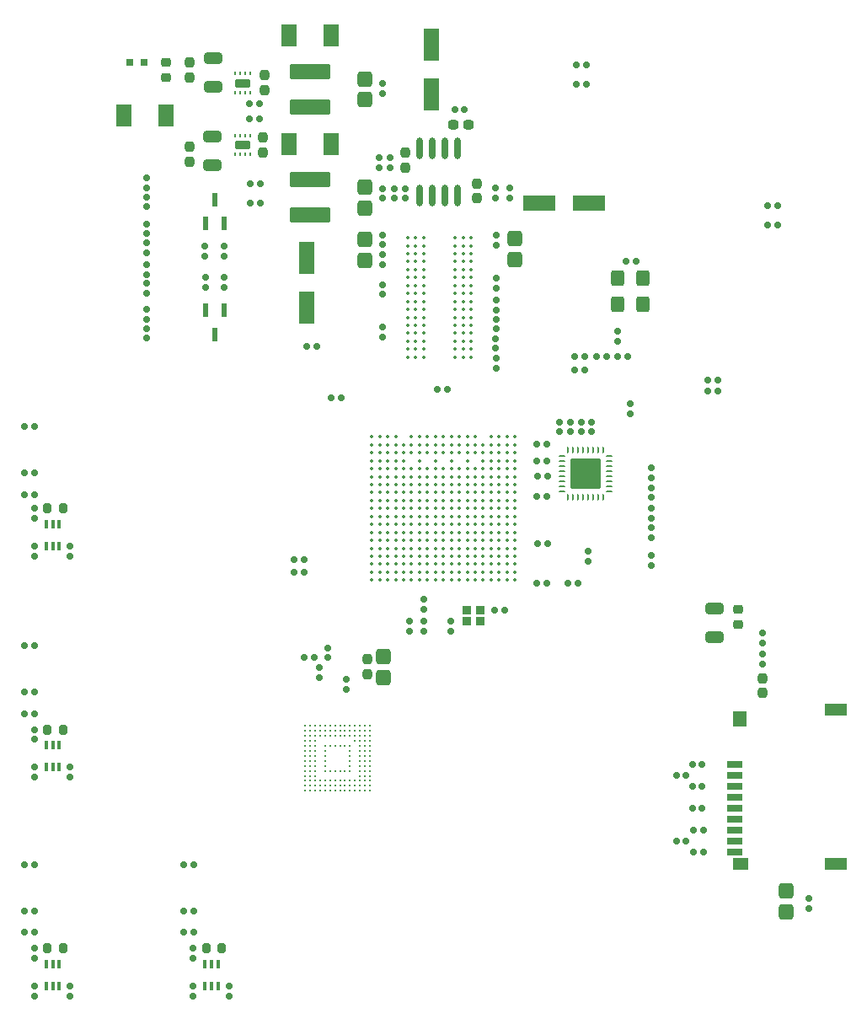
<source format=gbr>
G04*
G04 #@! TF.GenerationSoftware,Altium Limited,Altium Designer,24.2.2 (26)*
G04*
G04 Layer_Color=8421504*
%FSLAX44Y44*%
%MOMM*%
G71*
G04*
G04 #@! TF.SameCoordinates,D1F85D35-12B9-47B7-842E-F7ABDB1EEA32*
G04*
G04*
G04 #@! TF.FilePolarity,Positive*
G04*
G01*
G75*
%ADD20R,1.6000X3.2000*%
%ADD21R,3.2000X1.6000*%
G04:AMPARAMS|DCode=22|XSize=0.7mm|YSize=0.6mm|CornerRadius=0.15mm|HoleSize=0mm|Usage=FLASHONLY|Rotation=90.000|XOffset=0mm|YOffset=0mm|HoleType=Round|Shape=RoundedRectangle|*
%AMROUNDEDRECTD22*
21,1,0.7000,0.3000,0,0,90.0*
21,1,0.4000,0.6000,0,0,90.0*
1,1,0.3000,0.1500,0.2000*
1,1,0.3000,0.1500,-0.2000*
1,1,0.3000,-0.1500,-0.2000*
1,1,0.3000,-0.1500,0.2000*
%
%ADD22ROUNDEDRECTD22*%
%ADD23C,0.3556*%
G04:AMPARAMS|DCode=24|XSize=0.7mm|YSize=0.6mm|CornerRadius=0.15mm|HoleSize=0mm|Usage=FLASHONLY|Rotation=0.000|XOffset=0mm|YOffset=0mm|HoleType=Round|Shape=RoundedRectangle|*
%AMROUNDEDRECTD24*
21,1,0.7000,0.3000,0,0,0.0*
21,1,0.4000,0.6000,0,0,0.0*
1,1,0.3000,0.2000,-0.1500*
1,1,0.3000,-0.2000,-0.1500*
1,1,0.3000,-0.2000,0.1500*
1,1,0.3000,0.2000,0.1500*
%
%ADD24ROUNDEDRECTD24*%
G04:AMPARAMS|DCode=25|XSize=0.4mm|YSize=0.9mm|CornerRadius=0.1mm|HoleSize=0mm|Usage=FLASHONLY|Rotation=0.000|XOffset=0mm|YOffset=0mm|HoleType=Round|Shape=RoundedRectangle|*
%AMROUNDEDRECTD25*
21,1,0.4000,0.7000,0,0,0.0*
21,1,0.2000,0.9000,0,0,0.0*
1,1,0.2000,0.1000,-0.3500*
1,1,0.2000,-0.1000,-0.3500*
1,1,0.2000,-0.1000,0.3500*
1,1,0.2000,0.1000,0.3500*
%
%ADD25ROUNDEDRECTD25*%
%ADD26C,0.3500*%
G04:AMPARAMS|DCode=27|XSize=0.95mm|YSize=0.85mm|CornerRadius=0.2125mm|HoleSize=0mm|Usage=FLASHONLY|Rotation=90.000|XOffset=0mm|YOffset=0mm|HoleType=Round|Shape=RoundedRectangle|*
%AMROUNDEDRECTD27*
21,1,0.9500,0.4250,0,0,90.0*
21,1,0.5250,0.8500,0,0,90.0*
1,1,0.4250,0.2125,0.2625*
1,1,0.4250,0.2125,-0.2625*
1,1,0.4250,-0.2125,-0.2625*
1,1,0.4250,-0.2125,0.2625*
%
%ADD27ROUNDEDRECTD27*%
G04:AMPARAMS|DCode=28|XSize=0.95mm|YSize=1mm|CornerRadius=0.2375mm|HoleSize=0mm|Usage=FLASHONLY|Rotation=90.000|XOffset=0mm|YOffset=0mm|HoleType=Round|Shape=RoundedRectangle|*
%AMROUNDEDRECTD28*
21,1,0.9500,0.5250,0,0,90.0*
21,1,0.4750,1.0000,0,0,90.0*
1,1,0.4750,0.2625,0.2375*
1,1,0.4750,0.2625,-0.2375*
1,1,0.4750,-0.2625,-0.2375*
1,1,0.4750,-0.2625,0.2375*
%
%ADD28ROUNDEDRECTD28*%
%ADD29O,0.6000X2.2000*%
G04:AMPARAMS|DCode=30|XSize=0.95mm|YSize=1mm|CornerRadius=0.2375mm|HoleSize=0mm|Usage=FLASHONLY|Rotation=180.000|XOffset=0mm|YOffset=0mm|HoleType=Round|Shape=RoundedRectangle|*
%AMROUNDEDRECTD30*
21,1,0.9500,0.5250,0,0,180.0*
21,1,0.4750,1.0000,0,0,180.0*
1,1,0.4750,-0.2375,0.2625*
1,1,0.4750,0.2375,0.2625*
1,1,0.4750,0.2375,-0.2625*
1,1,0.4750,-0.2375,-0.2625*
%
%ADD30ROUNDEDRECTD30*%
G04:AMPARAMS|DCode=31|XSize=1.5mm|YSize=1.6mm|CornerRadius=0.375mm|HoleSize=0mm|Usage=FLASHONLY|Rotation=180.000|XOffset=0mm|YOffset=0mm|HoleType=Round|Shape=RoundedRectangle|*
%AMROUNDEDRECTD31*
21,1,1.5000,0.8500,0,0,180.0*
21,1,0.7500,1.6000,0,0,180.0*
1,1,0.7500,-0.3750,0.4250*
1,1,0.7500,0.3750,0.4250*
1,1,0.7500,0.3750,-0.4250*
1,1,0.7500,-0.3750,-0.4250*
%
%ADD31ROUNDEDRECTD31*%
G04:AMPARAMS|DCode=32|XSize=1.5mm|YSize=0.9mm|CornerRadius=0.1125mm|HoleSize=0mm|Usage=FLASHONLY|Rotation=180.000|XOffset=0mm|YOffset=0mm|HoleType=Round|Shape=RoundedRectangle|*
%AMROUNDEDRECTD32*
21,1,1.5000,0.6750,0,0,180.0*
21,1,1.2750,0.9000,0,0,180.0*
1,1,0.2250,-0.6375,0.3375*
1,1,0.2250,0.6375,0.3375*
1,1,0.2250,0.6375,-0.3375*
1,1,0.2250,-0.6375,-0.3375*
%
%ADD32ROUNDEDRECTD32*%
G04:AMPARAMS|DCode=33|XSize=0.25mm|YSize=0.4mm|CornerRadius=0.0625mm|HoleSize=0mm|Usage=FLASHONLY|Rotation=180.000|XOffset=0mm|YOffset=0mm|HoleType=Round|Shape=RoundedRectangle|*
%AMROUNDEDRECTD33*
21,1,0.2500,0.2750,0,0,180.0*
21,1,0.1250,0.4000,0,0,180.0*
1,1,0.1250,-0.0625,0.1375*
1,1,0.1250,0.0625,0.1375*
1,1,0.1250,0.0625,-0.1375*
1,1,0.1250,-0.0625,-0.1375*
%
%ADD33ROUNDEDRECTD33*%
G04:AMPARAMS|DCode=34|XSize=1.15mm|YSize=1.8mm|CornerRadius=0.2875mm|HoleSize=0mm|Usage=FLASHONLY|Rotation=90.000|XOffset=0mm|YOffset=0mm|HoleType=Round|Shape=RoundedRectangle|*
%AMROUNDEDRECTD34*
21,1,1.1500,1.2250,0,0,90.0*
21,1,0.5750,1.8000,0,0,90.0*
1,1,0.5750,0.6125,0.2875*
1,1,0.5750,0.6125,-0.2875*
1,1,0.5750,-0.6125,-0.2875*
1,1,0.5750,-0.6125,0.2875*
%
%ADD34ROUNDEDRECTD34*%
G04:AMPARAMS|DCode=35|XSize=0.95mm|YSize=0.85mm|CornerRadius=0.2125mm|HoleSize=0mm|Usage=FLASHONLY|Rotation=180.000|XOffset=0mm|YOffset=0mm|HoleType=Round|Shape=RoundedRectangle|*
%AMROUNDEDRECTD35*
21,1,0.9500,0.4250,0,0,180.0*
21,1,0.5250,0.8500,0,0,180.0*
1,1,0.4250,-0.2625,0.2125*
1,1,0.4250,0.2625,0.2125*
1,1,0.4250,0.2625,-0.2125*
1,1,0.4250,-0.2625,-0.2125*
%
%ADD35ROUNDEDRECTD35*%
G04:AMPARAMS|DCode=36|XSize=1.5mm|YSize=4mm|CornerRadius=0.075mm|HoleSize=0mm|Usage=FLASHONLY|Rotation=270.000|XOffset=0mm|YOffset=0mm|HoleType=Round|Shape=RoundedRectangle|*
%AMROUNDEDRECTD36*
21,1,1.5000,3.8500,0,0,270.0*
21,1,1.3500,4.0000,0,0,270.0*
1,1,0.1500,-1.9250,-0.6750*
1,1,0.1500,-1.9250,0.6750*
1,1,0.1500,1.9250,0.6750*
1,1,0.1500,1.9250,-0.6750*
%
%ADD36ROUNDEDRECTD36*%
%ADD37R,0.6000X1.3500*%
%ADD38R,1.6200X2.1800*%
%ADD39R,0.8000X0.8000*%
G04:AMPARAMS|DCode=40|XSize=1.4mm|YSize=1.6mm|CornerRadius=0.35mm|HoleSize=0mm|Usage=FLASHONLY|Rotation=180.000|XOffset=0mm|YOffset=0mm|HoleType=Round|Shape=RoundedRectangle|*
%AMROUNDEDRECTD40*
21,1,1.4000,0.9000,0,0,180.0*
21,1,0.7000,1.6000,0,0,180.0*
1,1,0.7000,-0.3500,0.4500*
1,1,0.7000,0.3500,0.4500*
1,1,0.7000,0.3500,-0.4500*
1,1,0.7000,-0.3500,-0.4500*
%
%ADD40ROUNDEDRECTD40*%
G04:AMPARAMS|DCode=41|XSize=0.24mm|YSize=0.7mm|CornerRadius=0.06mm|HoleSize=0mm|Usage=FLASHONLY|Rotation=0.000|XOffset=0mm|YOffset=0mm|HoleType=Round|Shape=RoundedRectangle|*
%AMROUNDEDRECTD41*
21,1,0.2400,0.5800,0,0,0.0*
21,1,0.1200,0.7000,0,0,0.0*
1,1,0.1200,0.0600,-0.2900*
1,1,0.1200,-0.0600,-0.2900*
1,1,0.1200,-0.0600,0.2900*
1,1,0.1200,0.0600,0.2900*
%
%ADD41ROUNDEDRECTD41*%
G04:AMPARAMS|DCode=42|XSize=0.24mm|YSize=0.7mm|CornerRadius=0.06mm|HoleSize=0mm|Usage=FLASHONLY|Rotation=90.000|XOffset=0mm|YOffset=0mm|HoleType=Round|Shape=RoundedRectangle|*
%AMROUNDEDRECTD42*
21,1,0.2400,0.5800,0,0,90.0*
21,1,0.1200,0.7000,0,0,90.0*
1,1,0.1200,0.2900,0.0600*
1,1,0.1200,0.2900,-0.0600*
1,1,0.1200,-0.2900,-0.0600*
1,1,0.1200,-0.2900,0.0600*
%
%ADD42ROUNDEDRECTD42*%
G04:AMPARAMS|DCode=43|XSize=3.1mm|YSize=3.1mm|CornerRadius=0.155mm|HoleSize=0mm|Usage=FLASHONLY|Rotation=270.000|XOffset=0mm|YOffset=0mm|HoleType=Round|Shape=RoundedRectangle|*
%AMROUNDEDRECTD43*
21,1,3.1000,2.7900,0,0,270.0*
21,1,2.7900,3.1000,0,0,270.0*
1,1,0.3100,-1.3950,-1.3950*
1,1,0.3100,-1.3950,1.3950*
1,1,0.3100,1.3950,1.3950*
1,1,0.3100,1.3950,-1.3950*
%
%ADD43ROUNDEDRECTD43*%
%ADD44R,1.4000X1.6000*%
%ADD45R,2.2000X1.2000*%
%ADD46R,1.6000X1.2000*%
%ADD47R,1.6000X0.7000*%
G04:AMPARAMS|DCode=48|XSize=0.9mm|YSize=0.8mm|CornerRadius=0.04mm|HoleSize=0mm|Usage=FLASHONLY|Rotation=0.000|XOffset=0mm|YOffset=0mm|HoleType=Round|Shape=RoundedRectangle|*
%AMROUNDEDRECTD48*
21,1,0.9000,0.7200,0,0,0.0*
21,1,0.8200,0.8000,0,0,0.0*
1,1,0.0800,0.4100,-0.3600*
1,1,0.0800,-0.4100,-0.3600*
1,1,0.0800,-0.4100,0.3600*
1,1,0.0800,0.4100,0.3600*
%
%ADD48ROUNDEDRECTD48*%
%ADD49C,0.2900*%
D20*
X548000Y1020000D02*
D03*
Y970000D02*
D03*
X423000Y756000D02*
D03*
Y806000D02*
D03*
D21*
X706000Y861000D02*
D03*
X656000D02*
D03*
D22*
X811000Y209000D02*
D03*
X821000D02*
D03*
X457000Y665000D02*
D03*
X581270Y954730D02*
D03*
X571270D02*
D03*
X375000Y961000D02*
D03*
X365000D02*
D03*
X375126Y945297D02*
D03*
X365126D02*
D03*
X366000Y880000D02*
D03*
X376000D02*
D03*
X886000Y838760D02*
D03*
X896000D02*
D03*
X886000Y858184D02*
D03*
X896000D02*
D03*
X734920Y707000D02*
D03*
X744920D02*
D03*
X714000Y707000D02*
D03*
X724000D02*
D03*
X702000D02*
D03*
X692000D02*
D03*
X702000Y693409D02*
D03*
X692000D02*
D03*
X654000Y619000D02*
D03*
X664000D02*
D03*
X654183Y601518D02*
D03*
X664183D02*
D03*
X664466Y586459D02*
D03*
X654466D02*
D03*
X654183Y566002D02*
D03*
X664183D02*
D03*
X695500Y479000D02*
D03*
X685500D02*
D03*
X826000Y672000D02*
D03*
X836000D02*
D03*
X826000Y683000D02*
D03*
X836000D02*
D03*
X621359Y451928D02*
D03*
X611359D02*
D03*
X423000Y717100D02*
D03*
X433000D02*
D03*
X420146Y404461D02*
D03*
X430146D02*
D03*
X554000Y674000D02*
D03*
X564000D02*
D03*
X447000Y665000D02*
D03*
X654000Y479000D02*
D03*
X664000D02*
D03*
X654466Y519000D02*
D03*
X664466D02*
D03*
X410000Y503000D02*
D03*
X420000D02*
D03*
X410000Y490000D02*
D03*
X420000D02*
D03*
X693908Y980037D02*
D03*
X703908D02*
D03*
X693908Y999882D02*
D03*
X703908D02*
D03*
X810000Y297000D02*
D03*
X820000D02*
D03*
X794000Y286000D02*
D03*
X804000D02*
D03*
X810000Y275000D02*
D03*
X820000D02*
D03*
X810000Y253000D02*
D03*
X820000D02*
D03*
X811000Y231000D02*
D03*
X821000D02*
D03*
X794000Y220000D02*
D03*
X804000D02*
D03*
X743700Y802000D02*
D03*
X753700D02*
D03*
X376000Y861000D02*
D03*
X366000D02*
D03*
X139000Y590000D02*
D03*
X149000D02*
D03*
X299000Y149993D02*
D03*
X309000D02*
D03*
X299000Y127993D02*
D03*
X309000D02*
D03*
Y195993D02*
D03*
X299000D02*
D03*
X139000Y568000D02*
D03*
X149000D02*
D03*
Y636000D02*
D03*
X139000D02*
D03*
Y149993D02*
D03*
X149000D02*
D03*
X139000Y127993D02*
D03*
X149000D02*
D03*
Y195993D02*
D03*
X139000D02*
D03*
Y370000D02*
D03*
X149000D02*
D03*
Y416000D02*
D03*
X139000D02*
D03*
Y348000D02*
D03*
X149000D02*
D03*
D23*
X616000Y482000D02*
D03*
X520000D02*
D03*
X528000D02*
D03*
X536000D02*
D03*
X552000Y610000D02*
D03*
X536000Y602000D02*
D03*
X568000Y618000D02*
D03*
X544000Y626000D02*
D03*
X616000Y618000D02*
D03*
X504000D02*
D03*
X632000Y610000D02*
D03*
X624000Y618000D02*
D03*
X608000D02*
D03*
X632000D02*
D03*
X624000Y626000D02*
D03*
X600000Y618000D02*
D03*
X608000Y610000D02*
D03*
X592000Y618000D02*
D03*
X496000D02*
D03*
X512000Y626000D02*
D03*
Y610000D02*
D03*
X520000Y618000D02*
D03*
X496000Y610000D02*
D03*
X512000Y618000D02*
D03*
X488000D02*
D03*
Y610000D02*
D03*
X552000Y618000D02*
D03*
X592000Y626000D02*
D03*
X560000Y610000D02*
D03*
X552000Y602000D02*
D03*
X584000Y610000D02*
D03*
X536000Y626000D02*
D03*
X528000Y610000D02*
D03*
X568000D02*
D03*
X576000Y618000D02*
D03*
Y626000D02*
D03*
X536000Y610000D02*
D03*
X600000D02*
D03*
X520000D02*
D03*
X584000Y602000D02*
D03*
X544000Y610000D02*
D03*
X592000D02*
D03*
X528000Y626000D02*
D03*
X536000Y618000D02*
D03*
X576000Y610000D02*
D03*
X544000Y618000D02*
D03*
X488000Y482000D02*
D03*
Y490000D02*
D03*
Y498000D02*
D03*
Y506000D02*
D03*
Y514000D02*
D03*
Y522000D02*
D03*
Y530000D02*
D03*
Y538000D02*
D03*
Y546000D02*
D03*
Y554000D02*
D03*
Y562000D02*
D03*
Y570000D02*
D03*
Y578000D02*
D03*
Y586000D02*
D03*
Y594000D02*
D03*
Y602000D02*
D03*
Y626000D02*
D03*
X496000Y482000D02*
D03*
Y490000D02*
D03*
Y498000D02*
D03*
Y506000D02*
D03*
Y514000D02*
D03*
Y522000D02*
D03*
Y530000D02*
D03*
Y538000D02*
D03*
Y546000D02*
D03*
Y554000D02*
D03*
Y562000D02*
D03*
Y570000D02*
D03*
Y578000D02*
D03*
Y586000D02*
D03*
Y594000D02*
D03*
Y602000D02*
D03*
Y626000D02*
D03*
X504000Y482000D02*
D03*
Y490000D02*
D03*
Y498000D02*
D03*
Y506000D02*
D03*
Y514000D02*
D03*
Y522000D02*
D03*
Y530000D02*
D03*
Y538000D02*
D03*
Y546000D02*
D03*
Y554000D02*
D03*
Y562000D02*
D03*
Y570000D02*
D03*
Y578000D02*
D03*
Y586000D02*
D03*
Y594000D02*
D03*
Y602000D02*
D03*
Y610000D02*
D03*
Y626000D02*
D03*
X512000Y482000D02*
D03*
Y490000D02*
D03*
Y498000D02*
D03*
Y506000D02*
D03*
Y514000D02*
D03*
Y522000D02*
D03*
Y530000D02*
D03*
Y538000D02*
D03*
Y546000D02*
D03*
Y554000D02*
D03*
Y562000D02*
D03*
Y570000D02*
D03*
Y578000D02*
D03*
Y586000D02*
D03*
Y594000D02*
D03*
Y602000D02*
D03*
X520000Y490000D02*
D03*
Y498000D02*
D03*
Y506000D02*
D03*
Y514000D02*
D03*
Y522000D02*
D03*
Y530000D02*
D03*
Y538000D02*
D03*
Y546000D02*
D03*
Y554000D02*
D03*
Y562000D02*
D03*
Y570000D02*
D03*
Y578000D02*
D03*
Y586000D02*
D03*
Y594000D02*
D03*
Y602000D02*
D03*
X528000Y490000D02*
D03*
Y498000D02*
D03*
Y506000D02*
D03*
Y514000D02*
D03*
Y522000D02*
D03*
Y530000D02*
D03*
Y538000D02*
D03*
Y546000D02*
D03*
Y554000D02*
D03*
Y562000D02*
D03*
Y570000D02*
D03*
Y578000D02*
D03*
Y586000D02*
D03*
Y594000D02*
D03*
Y618000D02*
D03*
X536000Y490000D02*
D03*
Y498000D02*
D03*
Y506000D02*
D03*
Y514000D02*
D03*
Y522000D02*
D03*
Y530000D02*
D03*
Y538000D02*
D03*
Y546000D02*
D03*
Y554000D02*
D03*
Y562000D02*
D03*
Y570000D02*
D03*
Y578000D02*
D03*
Y586000D02*
D03*
Y594000D02*
D03*
X544000Y482000D02*
D03*
Y490000D02*
D03*
Y498000D02*
D03*
Y506000D02*
D03*
Y514000D02*
D03*
Y522000D02*
D03*
Y530000D02*
D03*
Y538000D02*
D03*
Y546000D02*
D03*
Y554000D02*
D03*
Y562000D02*
D03*
Y570000D02*
D03*
Y578000D02*
D03*
Y586000D02*
D03*
Y594000D02*
D03*
X552000Y482000D02*
D03*
Y490000D02*
D03*
Y498000D02*
D03*
Y506000D02*
D03*
Y514000D02*
D03*
Y522000D02*
D03*
Y530000D02*
D03*
Y538000D02*
D03*
Y546000D02*
D03*
Y554000D02*
D03*
Y562000D02*
D03*
Y570000D02*
D03*
Y578000D02*
D03*
Y586000D02*
D03*
Y594000D02*
D03*
Y626000D02*
D03*
X560000Y482000D02*
D03*
Y490000D02*
D03*
Y498000D02*
D03*
Y506000D02*
D03*
Y514000D02*
D03*
Y522000D02*
D03*
Y530000D02*
D03*
Y538000D02*
D03*
Y546000D02*
D03*
Y554000D02*
D03*
Y562000D02*
D03*
Y570000D02*
D03*
Y578000D02*
D03*
Y586000D02*
D03*
Y594000D02*
D03*
Y618000D02*
D03*
Y626000D02*
D03*
X568000Y482000D02*
D03*
Y490000D02*
D03*
Y498000D02*
D03*
Y506000D02*
D03*
Y514000D02*
D03*
Y522000D02*
D03*
Y530000D02*
D03*
Y538000D02*
D03*
Y546000D02*
D03*
Y554000D02*
D03*
Y562000D02*
D03*
Y570000D02*
D03*
Y578000D02*
D03*
Y586000D02*
D03*
Y594000D02*
D03*
Y602000D02*
D03*
Y626000D02*
D03*
X576000Y482000D02*
D03*
Y490000D02*
D03*
Y498000D02*
D03*
Y506000D02*
D03*
Y514000D02*
D03*
Y522000D02*
D03*
Y530000D02*
D03*
Y538000D02*
D03*
Y546000D02*
D03*
Y554000D02*
D03*
Y562000D02*
D03*
Y570000D02*
D03*
Y578000D02*
D03*
Y586000D02*
D03*
Y594000D02*
D03*
X584000Y482000D02*
D03*
Y490000D02*
D03*
Y498000D02*
D03*
Y506000D02*
D03*
Y514000D02*
D03*
Y522000D02*
D03*
Y530000D02*
D03*
Y538000D02*
D03*
Y546000D02*
D03*
Y554000D02*
D03*
Y562000D02*
D03*
Y570000D02*
D03*
Y578000D02*
D03*
Y586000D02*
D03*
Y594000D02*
D03*
Y618000D02*
D03*
Y626000D02*
D03*
X592000Y482000D02*
D03*
Y490000D02*
D03*
Y498000D02*
D03*
Y506000D02*
D03*
Y514000D02*
D03*
Y522000D02*
D03*
Y530000D02*
D03*
Y538000D02*
D03*
Y546000D02*
D03*
Y554000D02*
D03*
Y562000D02*
D03*
Y570000D02*
D03*
Y578000D02*
D03*
Y586000D02*
D03*
Y594000D02*
D03*
X600000Y482000D02*
D03*
Y490000D02*
D03*
Y498000D02*
D03*
Y506000D02*
D03*
Y514000D02*
D03*
Y522000D02*
D03*
Y530000D02*
D03*
Y538000D02*
D03*
Y546000D02*
D03*
Y554000D02*
D03*
Y562000D02*
D03*
Y570000D02*
D03*
Y578000D02*
D03*
Y586000D02*
D03*
Y594000D02*
D03*
Y602000D02*
D03*
X608000Y482000D02*
D03*
Y490000D02*
D03*
Y498000D02*
D03*
Y506000D02*
D03*
Y514000D02*
D03*
Y522000D02*
D03*
Y530000D02*
D03*
Y538000D02*
D03*
Y546000D02*
D03*
Y554000D02*
D03*
Y562000D02*
D03*
Y570000D02*
D03*
Y578000D02*
D03*
Y586000D02*
D03*
Y594000D02*
D03*
Y602000D02*
D03*
Y626000D02*
D03*
X616000Y490000D02*
D03*
Y498000D02*
D03*
Y506000D02*
D03*
Y514000D02*
D03*
Y522000D02*
D03*
Y530000D02*
D03*
Y538000D02*
D03*
Y546000D02*
D03*
Y554000D02*
D03*
Y562000D02*
D03*
Y570000D02*
D03*
Y578000D02*
D03*
Y586000D02*
D03*
Y594000D02*
D03*
Y602000D02*
D03*
Y610000D02*
D03*
Y626000D02*
D03*
X624000Y482000D02*
D03*
Y490000D02*
D03*
Y498000D02*
D03*
Y506000D02*
D03*
Y514000D02*
D03*
Y522000D02*
D03*
Y530000D02*
D03*
Y538000D02*
D03*
Y546000D02*
D03*
Y554000D02*
D03*
Y562000D02*
D03*
Y570000D02*
D03*
Y578000D02*
D03*
Y586000D02*
D03*
Y594000D02*
D03*
Y602000D02*
D03*
Y610000D02*
D03*
X632000Y482000D02*
D03*
Y490000D02*
D03*
Y498000D02*
D03*
Y506000D02*
D03*
Y514000D02*
D03*
Y522000D02*
D03*
Y530000D02*
D03*
Y538000D02*
D03*
Y546000D02*
D03*
Y554000D02*
D03*
Y562000D02*
D03*
Y570000D02*
D03*
Y578000D02*
D03*
Y586000D02*
D03*
Y594000D02*
D03*
Y602000D02*
D03*
Y626000D02*
D03*
D24*
X344500Y74426D02*
D03*
X185000Y516091D02*
D03*
X185000Y294000D02*
D03*
X185000Y74426D02*
D03*
X149000Y506091D02*
D03*
Y516091D02*
D03*
Y544091D02*
D03*
Y554091D02*
D03*
X185000Y506091D02*
D03*
X308500Y64426D02*
D03*
Y74426D02*
D03*
Y102426D02*
D03*
Y112426D02*
D03*
X344500Y64426D02*
D03*
X149000Y284000D02*
D03*
Y294000D02*
D03*
Y322000D02*
D03*
Y332000D02*
D03*
X185000Y284000D02*
D03*
X149000Y102426D02*
D03*
Y112426D02*
D03*
X185000Y64426D02*
D03*
X149000D02*
D03*
Y74426D02*
D03*
X611976Y876197D02*
D03*
Y866197D02*
D03*
X510278Y865489D02*
D03*
Y875489D02*
D03*
X612763Y828834D02*
D03*
Y818834D02*
D03*
X612911Y775049D02*
D03*
Y785049D02*
D03*
X612752Y744260D02*
D03*
Y734260D02*
D03*
X499000Y981000D02*
D03*
Y971000D02*
D03*
Y875489D02*
D03*
Y865489D02*
D03*
X340000Y817430D02*
D03*
Y807430D02*
D03*
X320500Y807430D02*
D03*
Y817430D02*
D03*
X340000Y776000D02*
D03*
Y786000D02*
D03*
X321000Y786000D02*
D03*
Y776000D02*
D03*
X262000Y876000D02*
D03*
Y886000D02*
D03*
Y857000D02*
D03*
Y867000D02*
D03*
Y840000D02*
D03*
Y830000D02*
D03*
Y821000D02*
D03*
Y811000D02*
D03*
Y789000D02*
D03*
Y799000D02*
D03*
Y770000D02*
D03*
Y780000D02*
D03*
Y754000D02*
D03*
Y744000D02*
D03*
Y735000D02*
D03*
Y725000D02*
D03*
X881000Y408000D02*
D03*
Y398000D02*
D03*
Y419000D02*
D03*
Y429000D02*
D03*
X735000Y732000D02*
D03*
Y722000D02*
D03*
X748000Y649000D02*
D03*
Y659000D02*
D03*
X927060Y162000D02*
D03*
Y152000D02*
D03*
X462000Y372000D02*
D03*
Y382000D02*
D03*
X444000Y414000D02*
D03*
Y404000D02*
D03*
X435000Y394000D02*
D03*
Y384000D02*
D03*
X499000Y799000D02*
D03*
Y809000D02*
D03*
X612847Y753052D02*
D03*
Y763052D02*
D03*
X499000Y769000D02*
D03*
Y779000D02*
D03*
X612686Y724866D02*
D03*
Y714866D02*
D03*
X499000Y726000D02*
D03*
Y736000D02*
D03*
X612771Y705051D02*
D03*
Y695051D02*
D03*
X499091Y828867D02*
D03*
Y818867D02*
D03*
X526000Y430639D02*
D03*
Y440639D02*
D03*
X769000Y497000D02*
D03*
Y507000D02*
D03*
X709000Y641000D02*
D03*
Y631000D02*
D03*
X699000Y641000D02*
D03*
Y631000D02*
D03*
X688000D02*
D03*
Y641000D02*
D03*
X677000Y631000D02*
D03*
Y641000D02*
D03*
X705000Y501000D02*
D03*
Y511000D02*
D03*
X769000Y595000D02*
D03*
Y585000D02*
D03*
Y565000D02*
D03*
Y575000D02*
D03*
Y554000D02*
D03*
Y544000D02*
D03*
Y525000D02*
D03*
Y535000D02*
D03*
X540000Y452721D02*
D03*
Y462721D02*
D03*
Y430639D02*
D03*
Y440639D02*
D03*
X567124Y431000D02*
D03*
Y441000D02*
D03*
X495560Y906442D02*
D03*
Y896442D02*
D03*
X521689Y875489D02*
D03*
Y865489D02*
D03*
X506855Y906442D02*
D03*
Y896442D02*
D03*
X627000Y876197D02*
D03*
Y866197D02*
D03*
D25*
X333500Y74426D02*
D03*
X174000Y516091D02*
D03*
X174000Y294000D02*
D03*
X174000Y74426D02*
D03*
X327000Y96426D02*
D03*
X167500Y538091D02*
D03*
X167500Y316000D02*
D03*
X167500Y96426D02*
D03*
X161000Y538091D02*
D03*
X174000D02*
D03*
X167500Y516091D02*
D03*
X161000D02*
D03*
X320500Y96426D02*
D03*
X333500D02*
D03*
X327000Y74426D02*
D03*
X320500D02*
D03*
X161000Y316000D02*
D03*
X174000D02*
D03*
X167500Y294000D02*
D03*
X161000D02*
D03*
X161000Y96426D02*
D03*
X174000D02*
D03*
X167500Y74426D02*
D03*
X161000D02*
D03*
D26*
X540000Y746000D02*
D03*
X532000Y706000D02*
D03*
X540000Y762000D02*
D03*
X524000Y754000D02*
D03*
X540000Y802000D02*
D03*
X572000Y794000D02*
D03*
X540000Y826000D02*
D03*
X580000Y818000D02*
D03*
X532000Y826000D02*
D03*
X572000D02*
D03*
X532000Y810000D02*
D03*
X580000D02*
D03*
X540000D02*
D03*
X572000Y802000D02*
D03*
Y770000D02*
D03*
X532000Y778000D02*
D03*
X580000Y770000D02*
D03*
X540000D02*
D03*
X580000Y786000D02*
D03*
X532000D02*
D03*
X572000D02*
D03*
X540000Y794000D02*
D03*
X532000Y746000D02*
D03*
X588000Y754000D02*
D03*
X540000D02*
D03*
Y738000D02*
D03*
X580000Y730000D02*
D03*
X532000Y738000D02*
D03*
X540000Y706000D02*
D03*
X572000Y730000D02*
D03*
Y714000D02*
D03*
Y746000D02*
D03*
X540000Y714000D02*
D03*
X580000Y706000D02*
D03*
X532000Y714000D02*
D03*
X580000D02*
D03*
X532000Y722000D02*
D03*
X580000D02*
D03*
X532000Y730000D02*
D03*
X540000Y722000D02*
D03*
X572000D02*
D03*
X540000Y730000D02*
D03*
X524000Y826000D02*
D03*
X580000D02*
D03*
X588000D02*
D03*
X524000Y818000D02*
D03*
X532000D02*
D03*
X540000D02*
D03*
X572000D02*
D03*
X588000D02*
D03*
X524000Y810000D02*
D03*
X572000D02*
D03*
X588000D02*
D03*
X524000Y802000D02*
D03*
X532000D02*
D03*
X580000D02*
D03*
X588000D02*
D03*
X524000Y794000D02*
D03*
X532000D02*
D03*
X580000D02*
D03*
X588000D02*
D03*
X524000Y786000D02*
D03*
X540000D02*
D03*
X588000D02*
D03*
X524000Y778000D02*
D03*
X540000D02*
D03*
X572000D02*
D03*
X580000D02*
D03*
X588000D02*
D03*
X524000Y770000D02*
D03*
X532000D02*
D03*
X588000D02*
D03*
X524000Y762000D02*
D03*
X532000D02*
D03*
X572000D02*
D03*
X580000D02*
D03*
X588000D02*
D03*
X532000Y754000D02*
D03*
X572000D02*
D03*
X580000D02*
D03*
X524000Y746000D02*
D03*
X580000D02*
D03*
X588000D02*
D03*
X524000Y738000D02*
D03*
X572000D02*
D03*
X580000D02*
D03*
X588000D02*
D03*
X524000Y730000D02*
D03*
X588000D02*
D03*
X524000Y722000D02*
D03*
X588000D02*
D03*
X524000Y714000D02*
D03*
X588000D02*
D03*
X524000Y706000D02*
D03*
X572000D02*
D03*
X588000D02*
D03*
D27*
X337250Y112426D02*
D03*
X177750Y554091D02*
D03*
X177750Y332000D02*
D03*
X177750Y112426D02*
D03*
X162250Y554091D02*
D03*
X321750Y112426D02*
D03*
X162250Y332000D02*
D03*
X162250Y112426D02*
D03*
D28*
X570270Y939730D02*
D03*
X585270D02*
D03*
D29*
X536450Y868000D02*
D03*
X549150D02*
D03*
X561850D02*
D03*
X574550D02*
D03*
X536450Y916000D02*
D03*
X549150D02*
D03*
X561850D02*
D03*
X574550D02*
D03*
D30*
X521560Y896500D02*
D03*
Y911500D02*
D03*
X594000Y880489D02*
D03*
Y865489D02*
D03*
X380000Y974500D02*
D03*
Y989500D02*
D03*
X305000Y1002000D02*
D03*
Y987000D02*
D03*
Y902500D02*
D03*
Y917500D02*
D03*
X881000Y368500D02*
D03*
Y383500D02*
D03*
X484000Y402500D02*
D03*
Y387500D02*
D03*
X379000Y911500D02*
D03*
Y926500D02*
D03*
D31*
X481000Y964500D02*
D03*
Y985500D02*
D03*
Y855500D02*
D03*
Y876500D02*
D03*
X904000Y148500D02*
D03*
Y169500D02*
D03*
X500000Y384500D02*
D03*
Y405500D02*
D03*
X631372Y825247D02*
D03*
Y804247D02*
D03*
X481000Y803500D02*
D03*
Y824500D02*
D03*
D32*
X358152Y981383D02*
D03*
X358000Y919000D02*
D03*
D33*
X365652Y990883D02*
D03*
Y971883D02*
D03*
X360652D02*
D03*
X355652D02*
D03*
X350652D02*
D03*
Y990883D02*
D03*
X355652D02*
D03*
X360652D02*
D03*
X365500Y928500D02*
D03*
Y909500D02*
D03*
X360500D02*
D03*
X355500D02*
D03*
X350500D02*
D03*
Y928500D02*
D03*
X355500D02*
D03*
X360500D02*
D03*
D34*
X329000Y977500D02*
D03*
Y1006500D02*
D03*
X328000Y927500D02*
D03*
Y898500D02*
D03*
X832000Y424500D02*
D03*
Y453500D02*
D03*
D35*
X280976Y1002250D02*
D03*
Y986750D02*
D03*
X856000Y452750D02*
D03*
Y437250D02*
D03*
D36*
X426000Y957000D02*
D03*
Y993000D02*
D03*
X425953Y884623D02*
D03*
Y848624D02*
D03*
D37*
X330500Y729000D02*
D03*
X321000Y753000D02*
D03*
X340000D02*
D03*
X330500Y864430D02*
D03*
X340000Y840430D02*
D03*
X321000D02*
D03*
D38*
X238900Y949000D02*
D03*
X281100D02*
D03*
X447125Y1029378D02*
D03*
X404925D02*
D03*
X447100Y920000D02*
D03*
X404900D02*
D03*
D39*
X259499Y1001999D02*
D03*
X244499D02*
D03*
D40*
X735000Y785000D02*
D03*
X760400Y759000D02*
D03*
X735000D02*
D03*
X760400Y785000D02*
D03*
D41*
X720500Y612500D02*
D03*
X690500Y565500D02*
D03*
Y612500D02*
D03*
X685500Y565500D02*
D03*
Y612500D02*
D03*
X715500Y565500D02*
D03*
X710500D02*
D03*
Y612500D02*
D03*
X720500Y565500D02*
D03*
X715500Y612500D02*
D03*
X700500D02*
D03*
X695500D02*
D03*
Y565500D02*
D03*
X705500D02*
D03*
Y612500D02*
D03*
X700500Y565500D02*
D03*
D42*
X679500Y571500D02*
D03*
Y576500D02*
D03*
Y581500D02*
D03*
Y586500D02*
D03*
Y601500D02*
D03*
Y596500D02*
D03*
Y591500D02*
D03*
Y606500D02*
D03*
X726500Y601500D02*
D03*
Y586500D02*
D03*
Y591500D02*
D03*
Y596500D02*
D03*
Y581500D02*
D03*
Y606500D02*
D03*
Y571500D02*
D03*
Y576500D02*
D03*
D43*
X703000Y589000D02*
D03*
D44*
X858000Y343000D02*
D03*
D45*
X954000Y352000D02*
D03*
Y197000D02*
D03*
D46*
X859000D02*
D03*
D47*
X853000Y209000D02*
D03*
Y220000D02*
D03*
Y231000D02*
D03*
Y242000D02*
D03*
Y253000D02*
D03*
Y264000D02*
D03*
Y275000D02*
D03*
Y286000D02*
D03*
Y297000D02*
D03*
D48*
X583359Y451861D02*
D03*
X597359D02*
D03*
Y440861D02*
D03*
X583359D02*
D03*
D49*
X421146Y270461D02*
D03*
Y275461D02*
D03*
Y280461D02*
D03*
Y285461D02*
D03*
Y290461D02*
D03*
Y295461D02*
D03*
Y300461D02*
D03*
Y305461D02*
D03*
Y310461D02*
D03*
Y315461D02*
D03*
Y320461D02*
D03*
Y325461D02*
D03*
Y330461D02*
D03*
Y335461D02*
D03*
X426146Y270461D02*
D03*
Y275461D02*
D03*
Y280461D02*
D03*
Y285461D02*
D03*
Y290461D02*
D03*
Y295461D02*
D03*
Y300461D02*
D03*
Y305461D02*
D03*
Y310461D02*
D03*
Y315461D02*
D03*
Y320461D02*
D03*
Y325461D02*
D03*
Y330461D02*
D03*
Y335461D02*
D03*
X431146Y270461D02*
D03*
Y275461D02*
D03*
Y280461D02*
D03*
Y285461D02*
D03*
Y290461D02*
D03*
Y295461D02*
D03*
Y300461D02*
D03*
Y305461D02*
D03*
Y310461D02*
D03*
Y315461D02*
D03*
Y320461D02*
D03*
Y325461D02*
D03*
Y330461D02*
D03*
Y335461D02*
D03*
X436146Y270461D02*
D03*
Y275461D02*
D03*
Y280461D02*
D03*
Y325461D02*
D03*
Y330461D02*
D03*
Y335461D02*
D03*
X441146Y270461D02*
D03*
Y275461D02*
D03*
Y280461D02*
D03*
Y290461D02*
D03*
Y295461D02*
D03*
Y300461D02*
D03*
Y305461D02*
D03*
Y310461D02*
D03*
Y315461D02*
D03*
Y325461D02*
D03*
Y330461D02*
D03*
Y335461D02*
D03*
X446146Y270461D02*
D03*
Y275461D02*
D03*
Y280461D02*
D03*
Y290461D02*
D03*
Y315461D02*
D03*
Y325461D02*
D03*
Y330461D02*
D03*
Y335461D02*
D03*
X451146Y270461D02*
D03*
Y275461D02*
D03*
Y280461D02*
D03*
Y290461D02*
D03*
Y315461D02*
D03*
Y325461D02*
D03*
Y330461D02*
D03*
Y335461D02*
D03*
X456146Y270461D02*
D03*
Y275461D02*
D03*
Y280461D02*
D03*
Y290461D02*
D03*
Y315461D02*
D03*
Y325461D02*
D03*
Y330461D02*
D03*
Y335461D02*
D03*
X461146Y270461D02*
D03*
Y275461D02*
D03*
Y280461D02*
D03*
Y290461D02*
D03*
Y315461D02*
D03*
Y325461D02*
D03*
Y330461D02*
D03*
Y335461D02*
D03*
X466146Y270461D02*
D03*
Y275461D02*
D03*
Y280461D02*
D03*
Y290461D02*
D03*
Y295461D02*
D03*
Y300461D02*
D03*
Y305461D02*
D03*
Y310461D02*
D03*
Y315461D02*
D03*
Y325461D02*
D03*
Y330461D02*
D03*
Y335461D02*
D03*
X471146Y270461D02*
D03*
Y275461D02*
D03*
Y280461D02*
D03*
Y320461D02*
D03*
Y325461D02*
D03*
Y330461D02*
D03*
Y335461D02*
D03*
X476146Y270461D02*
D03*
Y275461D02*
D03*
Y280461D02*
D03*
Y285461D02*
D03*
Y290461D02*
D03*
Y295461D02*
D03*
Y300461D02*
D03*
Y305461D02*
D03*
Y310461D02*
D03*
Y315461D02*
D03*
Y320461D02*
D03*
Y325461D02*
D03*
Y330461D02*
D03*
Y335461D02*
D03*
X481146Y270461D02*
D03*
Y275461D02*
D03*
Y280461D02*
D03*
Y285461D02*
D03*
Y290461D02*
D03*
Y295461D02*
D03*
Y300461D02*
D03*
Y305461D02*
D03*
Y310461D02*
D03*
Y315461D02*
D03*
Y320461D02*
D03*
Y325461D02*
D03*
Y330461D02*
D03*
Y335461D02*
D03*
X486146Y270461D02*
D03*
Y275461D02*
D03*
Y280461D02*
D03*
Y285461D02*
D03*
Y290461D02*
D03*
Y295461D02*
D03*
Y300461D02*
D03*
Y305461D02*
D03*
Y310461D02*
D03*
Y315461D02*
D03*
Y320461D02*
D03*
Y325461D02*
D03*
Y330461D02*
D03*
Y335461D02*
D03*
M02*

</source>
